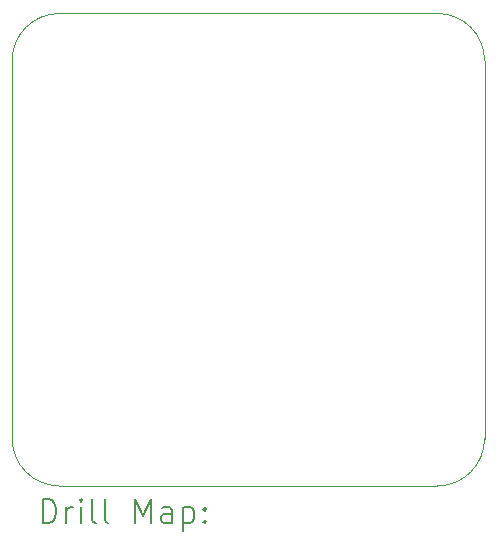
<source format=gbr>
%TF.GenerationSoftware,KiCad,Pcbnew,8.0.5*%
%TF.CreationDate,2024-09-29T15:37:14+05:30*%
%TF.ProjectId,waveform_generator,77617665-666f-4726-9d5f-67656e657261,rev?*%
%TF.SameCoordinates,Original*%
%TF.FileFunction,Drillmap*%
%TF.FilePolarity,Positive*%
%FSLAX45Y45*%
G04 Gerber Fmt 4.5, Leading zero omitted, Abs format (unit mm)*
G04 Created by KiCad (PCBNEW 8.0.5) date 2024-09-29 15:37:14*
%MOMM*%
%LPD*%
G01*
G04 APERTURE LIST*
%ADD10C,0.050000*%
%ADD11C,0.200000*%
G04 APERTURE END LIST*
D10*
X22000000Y-8600000D02*
X22000000Y-5400000D01*
X18000000Y-5400000D02*
G75*
G02*
X18400000Y-5000000I400000J0D01*
G01*
X18000000Y-8600000D02*
X18000000Y-5400000D01*
X21600000Y-5000000D02*
X18400000Y-5000000D01*
X21600000Y-5000000D02*
G75*
G02*
X22000000Y-5400000I0J-400000D01*
G01*
X21600000Y-9000000D02*
X18400000Y-9000000D01*
X18400000Y-9000000D02*
G75*
G02*
X18000000Y-8600000I0J400000D01*
G01*
X22000000Y-8600000D02*
G75*
G02*
X21600000Y-9000000I-400000J0D01*
G01*
D11*
X18258277Y-9313984D02*
X18258277Y-9113984D01*
X18258277Y-9113984D02*
X18305896Y-9113984D01*
X18305896Y-9113984D02*
X18334467Y-9123508D01*
X18334467Y-9123508D02*
X18353515Y-9142555D01*
X18353515Y-9142555D02*
X18363039Y-9161603D01*
X18363039Y-9161603D02*
X18372563Y-9199698D01*
X18372563Y-9199698D02*
X18372563Y-9228270D01*
X18372563Y-9228270D02*
X18363039Y-9266365D01*
X18363039Y-9266365D02*
X18353515Y-9285412D01*
X18353515Y-9285412D02*
X18334467Y-9304460D01*
X18334467Y-9304460D02*
X18305896Y-9313984D01*
X18305896Y-9313984D02*
X18258277Y-9313984D01*
X18458277Y-9313984D02*
X18458277Y-9180650D01*
X18458277Y-9218746D02*
X18467801Y-9199698D01*
X18467801Y-9199698D02*
X18477324Y-9190174D01*
X18477324Y-9190174D02*
X18496372Y-9180650D01*
X18496372Y-9180650D02*
X18515420Y-9180650D01*
X18582086Y-9313984D02*
X18582086Y-9180650D01*
X18582086Y-9113984D02*
X18572563Y-9123508D01*
X18572563Y-9123508D02*
X18582086Y-9133031D01*
X18582086Y-9133031D02*
X18591610Y-9123508D01*
X18591610Y-9123508D02*
X18582086Y-9113984D01*
X18582086Y-9113984D02*
X18582086Y-9133031D01*
X18705896Y-9313984D02*
X18686848Y-9304460D01*
X18686848Y-9304460D02*
X18677324Y-9285412D01*
X18677324Y-9285412D02*
X18677324Y-9113984D01*
X18810658Y-9313984D02*
X18791610Y-9304460D01*
X18791610Y-9304460D02*
X18782086Y-9285412D01*
X18782086Y-9285412D02*
X18782086Y-9113984D01*
X19039229Y-9313984D02*
X19039229Y-9113984D01*
X19039229Y-9113984D02*
X19105896Y-9256841D01*
X19105896Y-9256841D02*
X19172563Y-9113984D01*
X19172563Y-9113984D02*
X19172563Y-9313984D01*
X19353515Y-9313984D02*
X19353515Y-9209222D01*
X19353515Y-9209222D02*
X19343991Y-9190174D01*
X19343991Y-9190174D02*
X19324944Y-9180650D01*
X19324944Y-9180650D02*
X19286848Y-9180650D01*
X19286848Y-9180650D02*
X19267801Y-9190174D01*
X19353515Y-9304460D02*
X19334467Y-9313984D01*
X19334467Y-9313984D02*
X19286848Y-9313984D01*
X19286848Y-9313984D02*
X19267801Y-9304460D01*
X19267801Y-9304460D02*
X19258277Y-9285412D01*
X19258277Y-9285412D02*
X19258277Y-9266365D01*
X19258277Y-9266365D02*
X19267801Y-9247317D01*
X19267801Y-9247317D02*
X19286848Y-9237793D01*
X19286848Y-9237793D02*
X19334467Y-9237793D01*
X19334467Y-9237793D02*
X19353515Y-9228270D01*
X19448753Y-9180650D02*
X19448753Y-9380650D01*
X19448753Y-9190174D02*
X19467801Y-9180650D01*
X19467801Y-9180650D02*
X19505896Y-9180650D01*
X19505896Y-9180650D02*
X19524944Y-9190174D01*
X19524944Y-9190174D02*
X19534467Y-9199698D01*
X19534467Y-9199698D02*
X19543991Y-9218746D01*
X19543991Y-9218746D02*
X19543991Y-9275889D01*
X19543991Y-9275889D02*
X19534467Y-9294936D01*
X19534467Y-9294936D02*
X19524944Y-9304460D01*
X19524944Y-9304460D02*
X19505896Y-9313984D01*
X19505896Y-9313984D02*
X19467801Y-9313984D01*
X19467801Y-9313984D02*
X19448753Y-9304460D01*
X19629705Y-9294936D02*
X19639229Y-9304460D01*
X19639229Y-9304460D02*
X19629705Y-9313984D01*
X19629705Y-9313984D02*
X19620182Y-9304460D01*
X19620182Y-9304460D02*
X19629705Y-9294936D01*
X19629705Y-9294936D02*
X19629705Y-9313984D01*
X19629705Y-9190174D02*
X19639229Y-9199698D01*
X19639229Y-9199698D02*
X19629705Y-9209222D01*
X19629705Y-9209222D02*
X19620182Y-9199698D01*
X19620182Y-9199698D02*
X19629705Y-9190174D01*
X19629705Y-9190174D02*
X19629705Y-9209222D01*
M02*

</source>
